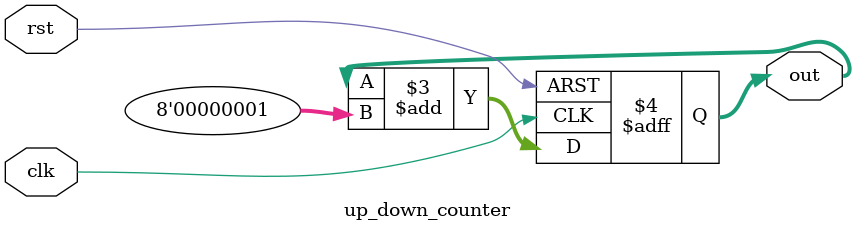
<source format=v>
module up_down_counter(out,clk,rst);
output reg [7:0]out;
input clk;
input rst;

always @(posedge clk or negedge rst) begin
	if (~rst)
		out <= 8'd0;
	else
		out <= out + 8'd1;
end
endmodule											 


/*

module conuter_tb;
wire [7:0]t_out;
reg t_clk, t_rst;

up_down_counter U1(.out(t_out),.clk(t_clk),.rst(t_rst));
initial begin
#0 t_rst=1;
#10 t_rst=0;
#5 t_rst=1;
end

always begin
#0 t_clk=1'b0;
#10 t_clk=1'b1;
#10;
end
endmodule

*/
</source>
